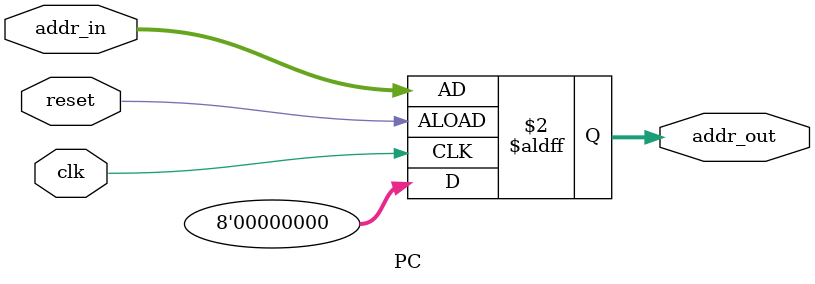
<source format=v>
module PC (
	    input clk,reset, 
	    input [7:0] addr_in, 
	    output reg [7:0] addr_out);

always@(posedge clk or negedge reset)
	begin
		if(reset)
			addr_out <= 2'h00;
		else 
			addr_out <= addr_in;
	end
endmodule

</source>
